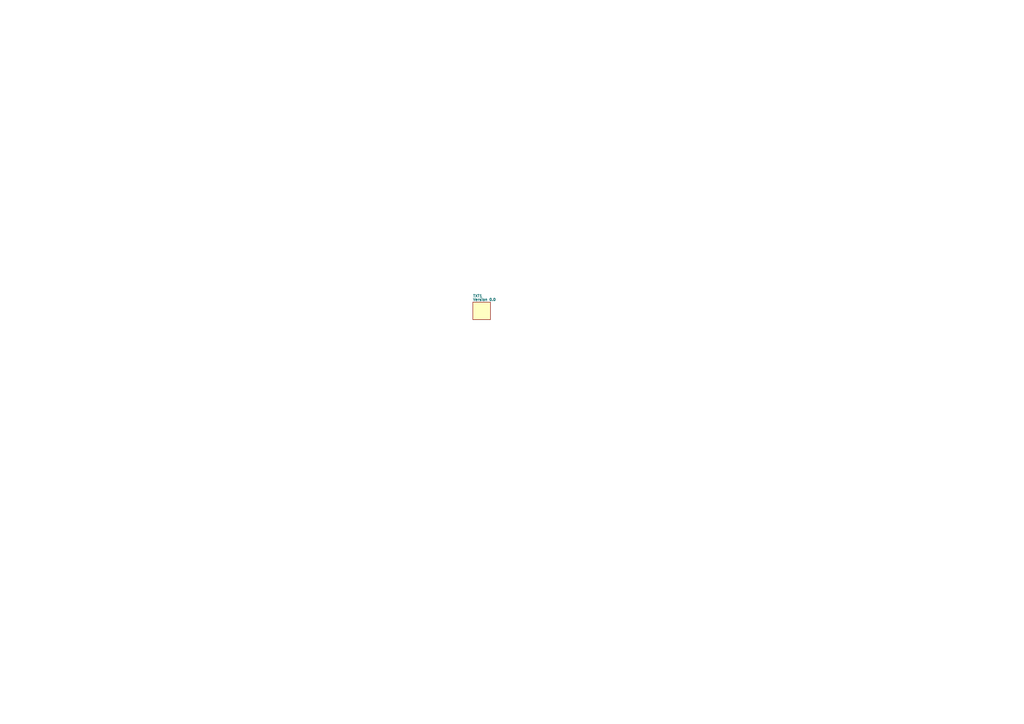
<source format=kicad_sch>
(kicad_sch (version 20230121) (generator jitx)
  (paper "A4")
  (lib_symbols
    (symbol "resistor_sym"
      (property "Reference" "U" (at 1.27 1.27 0.0))
      (property "Value" "resistor_sym" (at 1.27 -1.27 0.0))
      (symbol "resistor_sym_1_0"
        (pin unspecified line (at 0.0 -2.54 90) (length 0.0) (name "1") (number "~"))
        (pin unspecified line (at 0.0 2.54 270) (length 0.0) (name "2") (number "~"))
        (polyline (pts (xy 0.0 -2.54) (xy 0.0 -1.5875)) (stroke (width 0.127)) (fill (type background)))
        (polyline (pts (xy 0.0 -1.5875) (xy -0.762 -1.27) (xy 0.762 -0.635) (xy -0.762 0.0) (xy 0.762 0.635) (xy -0.762 1.27) (xy 0.0 1.5875)) (stroke (width 0.254)) (fill (type background)))
        (polyline (pts (xy 0.0 1.5875) (xy 0.0 2.54)) (stroke (width 0.127)) (fill (type background)))
      )
    )
    (symbol "box_symbol_1L_1R_0T_1B"
      (property "Reference" "U" (at -6.35 7.712 0.0))
      (property "Value" "box_symbol_1L_1R_0T_1B" (at -6.35 6.65 0.0))
      (symbol "box_symbol_1L_1R_0T_1B_1_0"
        (pin unspecified line (at -8.89 0.0 0) (length 2.54) (name "L0") (number "~"))
        (pin unspecified line (at 8.89 0.0 180) (length 2.54) (name "R0") (number "~"))
        (pin unspecified line (at 0.0 -8.89 90) (length 2.54) (name "B0") (number "~"))
        (rectangle (start -6.35 -6.35) (end 6.35 6.35) (stroke (width 0.0)) (fill (type background)))
      )
    )
    (symbol "capacitor_sym"
      (property "Reference" "U" (at 1.27 1.27 0.0))
      (property "Value" "capacitor_sym" (at 1.27 -1.27 0.0))
      (symbol "capacitor_sym_1_0"
        (pin unspecified line (at 0.0 2.54 270) (length 0.0) (name "1") (number "~"))
        (pin unspecified line (at 0.0 -2.54 90) (length 0.0) (name "2") (number "~"))
        (polyline (pts (xy 0.0 2.54) (xy 0.0 0.508)) (stroke (width 0.127)) (fill (type background)))
        (polyline (pts (xy -1.27 0.508) (xy 1.27 0.508)) (stroke (width 0.254)) (fill (type background)))
        (polyline (pts (xy 0.0 -0.508) (xy 0.0 -2.54)) (stroke (width 0.127)) (fill (type background)))
        (polyline (pts (xy -1.27 -0.508) (xy 1.27 -0.508)) (stroke (width 0.254)) (fill (type background)))
      )
    )
    (symbol "generic_symbol"
      (property "Reference" "U" (at -2.54 3.902 0.0))
      (property "Value" "generic_symbol" (at -2.54 2.84 0.0))
      (symbol "generic_symbol_1_0"
        (rectangle (start -2.54 -2.54) (end 2.54 2.54) (stroke (width 0.0)) (fill (type background)))
      )
    )
    (symbol "component"
      (property "Reference" "U" (at -6.35 7.712 0.0))
      (property "Value" "component" (at -6.35 6.65 0.0))
      (symbol "component_1_0"
        (pin unspecified line (at -8.89 0.0 0) (length 2.54) (name "input") (number "3"))
        (pin unspecified line (at 8.89 0.0 180) (length 2.54) (name "output") (number "4"))
        (pin unspecified line (at 0.0 -8.89 90) (length 2.54) (name "adj") (number "1"))
        (rectangle (start -6.35 -6.35) (end 6.35 6.35) (stroke (width 0.0)) (fill (type background)))
      )
    )
    (symbol "my_capacitor"
      (property "Reference" "C" (at 1.27 1.27 0.0))
      (property "Value" "my_capacitor" (at 1.27 -1.27 0.0))
      (symbol "my_capacitor_1_0"
        (pin unspecified line (at 0.0 2.54 270) (length 0.0) (name "1") (number "1"))
        (pin unspecified line (at 0.0 -2.54 90) (length 0.0) (name "2") (number "2"))
        (polyline (pts (xy 0.0 2.54) (xy 0.0 0.508)) (stroke (width 0.127)) (fill (type background)))
        (polyline (pts (xy -1.27 0.508) (xy 1.27 0.508)) (stroke (width 0.254)) (fill (type background)))
        (polyline (pts (xy 0.0 -0.508) (xy 0.0 -2.54)) (stroke (width 0.127)) (fill (type background)))
        (polyline (pts (xy -1.27 -0.508) (xy 1.27 -0.508)) (stroke (width 0.254)) (fill (type background)))
      )
    )
    (symbol "my_resistor"
      (property "Reference" "R" (at 1.27 1.27 0.0))
      (property "Value" "my_resistor" (at 1.27 -1.27 0.0))
      (symbol "my_resistor_1_0"
        (pin unspecified line (at 0.0 -2.54 90) (length 0.0) (name "1") (number "1"))
        (pin unspecified line (at 0.0 2.54 270) (length 0.0) (name "2") (number "2"))
        (polyline (pts (xy 0.0 -2.54) (xy 0.0 -1.5875)) (stroke (width 0.127)) (fill (type background)))
        (polyline (pts (xy 0.0 -1.5875) (xy -0.762 -1.27) (xy 0.762 -0.635) (xy -0.762 0.0) (xy 0.762 0.635) (xy -0.762 1.27) (xy 0.0 1.5875)) (stroke (width 0.254)) (fill (type background)))
        (polyline (pts (xy 0.0 1.5875) (xy 0.0 2.54)) (stroke (width 0.127)) (fill (type background)))
      )
    )
    (symbol "my_capacitor_1"
      (property "Reference" "C" (at 1.27 1.27 0.0))
      (property "Value" "my_capacitor_1" (at 1.27 -1.27 0.0))
      (symbol "my_capacitor_1_1_0"
        (pin unspecified line (at 0.0 2.54 270) (length 0.0) (name "1") (number "1"))
        (pin unspecified line (at 0.0 -2.54 90) (length 0.0) (name "2") (number "2"))
        (polyline (pts (xy 0.0 2.54) (xy 0.0 0.508)) (stroke (width 0.127)) (fill (type background)))
        (polyline (pts (xy -1.27 0.508) (xy 1.27 0.508)) (stroke (width 0.254)) (fill (type background)))
        (polyline (pts (xy 0.0 -0.508) (xy 0.0 -2.54)) (stroke (width 0.127)) (fill (type background)))
        (polyline (pts (xy -1.27 -0.508) (xy 1.27 -0.508)) (stroke (width 0.254)) (fill (type background)))
      )
    )
    (symbol "my_resistor_1"
      (property "Reference" "R" (at 1.27 1.27 0.0))
      (property "Value" "my_resistor_1" (at 1.27 -1.27 0.0))
      (symbol "my_resistor_1_1_0"
        (pin unspecified line (at 0.0 -2.54 90) (length 0.0) (name "1") (number "1"))
        (pin unspecified line (at 0.0 2.54 270) (length 0.0) (name "2") (number "2"))
        (polyline (pts (xy 0.0 -2.54) (xy 0.0 -1.5875)) (stroke (width 0.127)) (fill (type background)))
        (polyline (pts (xy 0.0 -1.5875) (xy -0.762 -1.27) (xy 0.762 -0.635) (xy -0.762 0.0) (xy 0.762 0.635) (xy -0.762 1.27) (xy 0.0 1.5875)) (stroke (width 0.254)) (fill (type background)))
        (polyline (pts (xy 0.0 1.5875) (xy 0.0 2.54)) (stroke (width 0.127)) (fill (type background)))
      )
    )
    (symbol "Version_0_0"
      (property "Reference" "TXT" (at -2.54 3.902 0.0))
      (property "Value" "Version_0_0" (at -2.54 2.84 0.0))
      (symbol "Version_0_0_1_0"
        (rectangle (start -2.54 -2.54) (end 2.54 2.54) (stroke (width 0.0)) (fill (type background)))
      )
    )
  )
  (symbol (lib_id "Version_0_0") (at 139.7 90.17 0.0) (unit 1)
    (property "Reference" "TXT1" (at 137.16 86.268 0.0) (effects (font (size 0.762 0.762)) (justify left bottom)))
    (property "Value" "Version 0.0" (at 137.16 87.33 0.0) (effects (font (size 0.762 0.762)) (justify left bottom)))
    (property "Footprint" "jitx-design:TEXT_LP" (effects hide))
    (property "Name" "version-label" (effects hide))
    (property "Description" "Version 0.0" (effects hide))
    (property "Manufacturer" "non-BOM" (effects hide))
    (property "MPN" "Version 0.0" (effects hide))
    (property "Reference-prefix" "TXT" (effects hide))
  )
)
</source>
